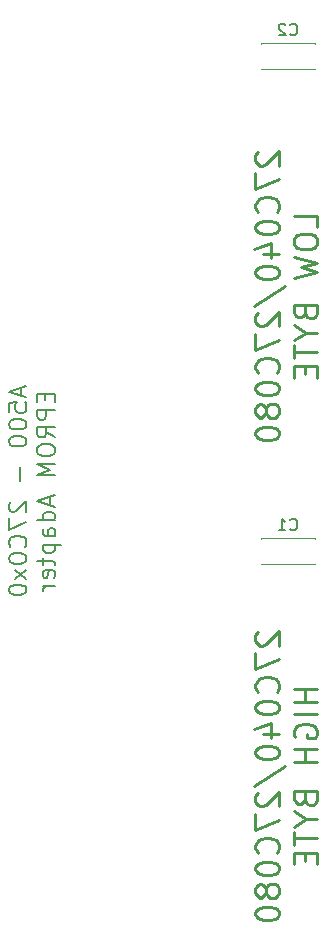
<source format=gbo>
G04 #@! TF.GenerationSoftware,KiCad,Pcbnew,5.1.5+dfsg1-2*
G04 #@! TF.CreationDate,2020-01-25T11:12:06+01:00*
G04 #@! TF.ProjectId,A500r5_eprom_adapter,41353030-7235-45f6-9570-726f6d5f6164,rev?*
G04 #@! TF.SameCoordinates,Original*
G04 #@! TF.FileFunction,Legend,Bot*
G04 #@! TF.FilePolarity,Positive*
%FSLAX46Y46*%
G04 Gerber Fmt 4.6, Leading zero omitted, Abs format (unit mm)*
G04 Created by KiCad (PCBNEW 5.1.5+dfsg1-2) date 2020-01-25 11:12:06*
%MOMM*%
%LPD*%
G04 APERTURE LIST*
%ADD10C,0.250000*%
%ADD11C,0.150000*%
%ADD12C,0.120000*%
G04 APERTURE END LIST*
D10*
X133360238Y-65279523D02*
X133265000Y-65374761D01*
X133169761Y-65565238D01*
X133169761Y-66041428D01*
X133265000Y-66231904D01*
X133360238Y-66327142D01*
X133550714Y-66422380D01*
X133741190Y-66422380D01*
X134026904Y-66327142D01*
X135169761Y-65184285D01*
X135169761Y-66422380D01*
X133169761Y-67089047D02*
X133169761Y-68422380D01*
X135169761Y-67565238D01*
X134979285Y-70327142D02*
X135074523Y-70231904D01*
X135169761Y-69946190D01*
X135169761Y-69755714D01*
X135074523Y-69470000D01*
X134884047Y-69279523D01*
X134693571Y-69184285D01*
X134312619Y-69089047D01*
X134026904Y-69089047D01*
X133645952Y-69184285D01*
X133455476Y-69279523D01*
X133265000Y-69470000D01*
X133169761Y-69755714D01*
X133169761Y-69946190D01*
X133265000Y-70231904D01*
X133360238Y-70327142D01*
X133169761Y-71565238D02*
X133169761Y-71755714D01*
X133265000Y-71946190D01*
X133360238Y-72041428D01*
X133550714Y-72136666D01*
X133931666Y-72231904D01*
X134407857Y-72231904D01*
X134788809Y-72136666D01*
X134979285Y-72041428D01*
X135074523Y-71946190D01*
X135169761Y-71755714D01*
X135169761Y-71565238D01*
X135074523Y-71374761D01*
X134979285Y-71279523D01*
X134788809Y-71184285D01*
X134407857Y-71089047D01*
X133931666Y-71089047D01*
X133550714Y-71184285D01*
X133360238Y-71279523D01*
X133265000Y-71374761D01*
X133169761Y-71565238D01*
X133836428Y-73946190D02*
X135169761Y-73946190D01*
X133074523Y-73470000D02*
X134503095Y-72993809D01*
X134503095Y-74231904D01*
X133169761Y-75374761D02*
X133169761Y-75565238D01*
X133265000Y-75755714D01*
X133360238Y-75850952D01*
X133550714Y-75946190D01*
X133931666Y-76041428D01*
X134407857Y-76041428D01*
X134788809Y-75946190D01*
X134979285Y-75850952D01*
X135074523Y-75755714D01*
X135169761Y-75565238D01*
X135169761Y-75374761D01*
X135074523Y-75184285D01*
X134979285Y-75089047D01*
X134788809Y-74993809D01*
X134407857Y-74898571D01*
X133931666Y-74898571D01*
X133550714Y-74993809D01*
X133360238Y-75089047D01*
X133265000Y-75184285D01*
X133169761Y-75374761D01*
X133074523Y-78327142D02*
X135645952Y-76612857D01*
X133360238Y-78898571D02*
X133265000Y-78993809D01*
X133169761Y-79184285D01*
X133169761Y-79660476D01*
X133265000Y-79850952D01*
X133360238Y-79946190D01*
X133550714Y-80041428D01*
X133741190Y-80041428D01*
X134026904Y-79946190D01*
X135169761Y-78803333D01*
X135169761Y-80041428D01*
X133169761Y-80708095D02*
X133169761Y-82041428D01*
X135169761Y-81184285D01*
X134979285Y-83946190D02*
X135074523Y-83850952D01*
X135169761Y-83565238D01*
X135169761Y-83374761D01*
X135074523Y-83089047D01*
X134884047Y-82898571D01*
X134693571Y-82803333D01*
X134312619Y-82708095D01*
X134026904Y-82708095D01*
X133645952Y-82803333D01*
X133455476Y-82898571D01*
X133265000Y-83089047D01*
X133169761Y-83374761D01*
X133169761Y-83565238D01*
X133265000Y-83850952D01*
X133360238Y-83946190D01*
X133169761Y-85184285D02*
X133169761Y-85374761D01*
X133265000Y-85565238D01*
X133360238Y-85660476D01*
X133550714Y-85755714D01*
X133931666Y-85850952D01*
X134407857Y-85850952D01*
X134788809Y-85755714D01*
X134979285Y-85660476D01*
X135074523Y-85565238D01*
X135169761Y-85374761D01*
X135169761Y-85184285D01*
X135074523Y-84993809D01*
X134979285Y-84898571D01*
X134788809Y-84803333D01*
X134407857Y-84708095D01*
X133931666Y-84708095D01*
X133550714Y-84803333D01*
X133360238Y-84898571D01*
X133265000Y-84993809D01*
X133169761Y-85184285D01*
X134026904Y-86993809D02*
X133931666Y-86803333D01*
X133836428Y-86708095D01*
X133645952Y-86612857D01*
X133550714Y-86612857D01*
X133360238Y-86708095D01*
X133265000Y-86803333D01*
X133169761Y-86993809D01*
X133169761Y-87374761D01*
X133265000Y-87565238D01*
X133360238Y-87660476D01*
X133550714Y-87755714D01*
X133645952Y-87755714D01*
X133836428Y-87660476D01*
X133931666Y-87565238D01*
X134026904Y-87374761D01*
X134026904Y-86993809D01*
X134122142Y-86803333D01*
X134217380Y-86708095D01*
X134407857Y-86612857D01*
X134788809Y-86612857D01*
X134979285Y-86708095D01*
X135074523Y-86803333D01*
X135169761Y-86993809D01*
X135169761Y-87374761D01*
X135074523Y-87565238D01*
X134979285Y-87660476D01*
X134788809Y-87755714D01*
X134407857Y-87755714D01*
X134217380Y-87660476D01*
X134122142Y-87565238D01*
X134026904Y-87374761D01*
X133169761Y-88993809D02*
X133169761Y-89184285D01*
X133265000Y-89374761D01*
X133360238Y-89469999D01*
X133550714Y-89565238D01*
X133931666Y-89660476D01*
X134407857Y-89660476D01*
X134788809Y-89565238D01*
X134979285Y-89469999D01*
X135074523Y-89374761D01*
X135169761Y-89184285D01*
X135169761Y-88993809D01*
X135074523Y-88803333D01*
X134979285Y-88708095D01*
X134788809Y-88612857D01*
X134407857Y-88517619D01*
X133931666Y-88517619D01*
X133550714Y-88612857D01*
X133360238Y-88708095D01*
X133265000Y-88803333D01*
X133169761Y-88993809D01*
X138419761Y-71612857D02*
X138419761Y-70660476D01*
X136419761Y-70660476D01*
X136419761Y-72660476D02*
X136419761Y-73041428D01*
X136515000Y-73231904D01*
X136705476Y-73422380D01*
X137086428Y-73517619D01*
X137753095Y-73517619D01*
X138134047Y-73422380D01*
X138324523Y-73231904D01*
X138419761Y-73041428D01*
X138419761Y-72660476D01*
X138324523Y-72470000D01*
X138134047Y-72279523D01*
X137753095Y-72184285D01*
X137086428Y-72184285D01*
X136705476Y-72279523D01*
X136515000Y-72470000D01*
X136419761Y-72660476D01*
X136419761Y-74184285D02*
X138419761Y-74660476D01*
X136991190Y-75041428D01*
X138419761Y-75422380D01*
X136419761Y-75898571D01*
X137372142Y-78850952D02*
X137467380Y-79136666D01*
X137562619Y-79231904D01*
X137753095Y-79327142D01*
X138038809Y-79327142D01*
X138229285Y-79231904D01*
X138324523Y-79136666D01*
X138419761Y-78946190D01*
X138419761Y-78184285D01*
X136419761Y-78184285D01*
X136419761Y-78850952D01*
X136515000Y-79041428D01*
X136610238Y-79136666D01*
X136800714Y-79231904D01*
X136991190Y-79231904D01*
X137181666Y-79136666D01*
X137276904Y-79041428D01*
X137372142Y-78850952D01*
X137372142Y-78184285D01*
X137467380Y-80565238D02*
X138419761Y-80565238D01*
X136419761Y-79898571D02*
X137467380Y-80565238D01*
X136419761Y-81231904D01*
X136419761Y-81612857D02*
X136419761Y-82755714D01*
X138419761Y-82184285D02*
X136419761Y-82184285D01*
X137372142Y-83422380D02*
X137372142Y-84089047D01*
X138419761Y-84374761D02*
X138419761Y-83422380D01*
X136419761Y-83422380D01*
X136419761Y-84374761D01*
X133360238Y-105919523D02*
X133265000Y-106014761D01*
X133169761Y-106205238D01*
X133169761Y-106681428D01*
X133265000Y-106871904D01*
X133360238Y-106967142D01*
X133550714Y-107062380D01*
X133741190Y-107062380D01*
X134026904Y-106967142D01*
X135169761Y-105824285D01*
X135169761Y-107062380D01*
X133169761Y-107729047D02*
X133169761Y-109062380D01*
X135169761Y-108205238D01*
X134979285Y-110967142D02*
X135074523Y-110871904D01*
X135169761Y-110586190D01*
X135169761Y-110395714D01*
X135074523Y-110110000D01*
X134884047Y-109919523D01*
X134693571Y-109824285D01*
X134312619Y-109729047D01*
X134026904Y-109729047D01*
X133645952Y-109824285D01*
X133455476Y-109919523D01*
X133265000Y-110110000D01*
X133169761Y-110395714D01*
X133169761Y-110586190D01*
X133265000Y-110871904D01*
X133360238Y-110967142D01*
X133169761Y-112205238D02*
X133169761Y-112395714D01*
X133265000Y-112586190D01*
X133360238Y-112681428D01*
X133550714Y-112776666D01*
X133931666Y-112871904D01*
X134407857Y-112871904D01*
X134788809Y-112776666D01*
X134979285Y-112681428D01*
X135074523Y-112586190D01*
X135169761Y-112395714D01*
X135169761Y-112205238D01*
X135074523Y-112014761D01*
X134979285Y-111919523D01*
X134788809Y-111824285D01*
X134407857Y-111729047D01*
X133931666Y-111729047D01*
X133550714Y-111824285D01*
X133360238Y-111919523D01*
X133265000Y-112014761D01*
X133169761Y-112205238D01*
X133836428Y-114586190D02*
X135169761Y-114586190D01*
X133074523Y-114110000D02*
X134503095Y-113633809D01*
X134503095Y-114871904D01*
X133169761Y-116014761D02*
X133169761Y-116205238D01*
X133265000Y-116395714D01*
X133360238Y-116490952D01*
X133550714Y-116586190D01*
X133931666Y-116681428D01*
X134407857Y-116681428D01*
X134788809Y-116586190D01*
X134979285Y-116490952D01*
X135074523Y-116395714D01*
X135169761Y-116205238D01*
X135169761Y-116014761D01*
X135074523Y-115824285D01*
X134979285Y-115729047D01*
X134788809Y-115633809D01*
X134407857Y-115538571D01*
X133931666Y-115538571D01*
X133550714Y-115633809D01*
X133360238Y-115729047D01*
X133265000Y-115824285D01*
X133169761Y-116014761D01*
X133074523Y-118967142D02*
X135645952Y-117252857D01*
X133360238Y-119538571D02*
X133265000Y-119633809D01*
X133169761Y-119824285D01*
X133169761Y-120300476D01*
X133265000Y-120490952D01*
X133360238Y-120586190D01*
X133550714Y-120681428D01*
X133741190Y-120681428D01*
X134026904Y-120586190D01*
X135169761Y-119443333D01*
X135169761Y-120681428D01*
X133169761Y-121348095D02*
X133169761Y-122681428D01*
X135169761Y-121824285D01*
X134979285Y-124586190D02*
X135074523Y-124490952D01*
X135169761Y-124205238D01*
X135169761Y-124014761D01*
X135074523Y-123729047D01*
X134884047Y-123538571D01*
X134693571Y-123443333D01*
X134312619Y-123348095D01*
X134026904Y-123348095D01*
X133645952Y-123443333D01*
X133455476Y-123538571D01*
X133265000Y-123729047D01*
X133169761Y-124014761D01*
X133169761Y-124205238D01*
X133265000Y-124490952D01*
X133360238Y-124586190D01*
X133169761Y-125824285D02*
X133169761Y-126014761D01*
X133265000Y-126205238D01*
X133360238Y-126300476D01*
X133550714Y-126395714D01*
X133931666Y-126490952D01*
X134407857Y-126490952D01*
X134788809Y-126395714D01*
X134979285Y-126300476D01*
X135074523Y-126205238D01*
X135169761Y-126014761D01*
X135169761Y-125824285D01*
X135074523Y-125633809D01*
X134979285Y-125538571D01*
X134788809Y-125443333D01*
X134407857Y-125348095D01*
X133931666Y-125348095D01*
X133550714Y-125443333D01*
X133360238Y-125538571D01*
X133265000Y-125633809D01*
X133169761Y-125824285D01*
X134026904Y-127633809D02*
X133931666Y-127443333D01*
X133836428Y-127348095D01*
X133645952Y-127252857D01*
X133550714Y-127252857D01*
X133360238Y-127348095D01*
X133265000Y-127443333D01*
X133169761Y-127633809D01*
X133169761Y-128014761D01*
X133265000Y-128205238D01*
X133360238Y-128300476D01*
X133550714Y-128395714D01*
X133645952Y-128395714D01*
X133836428Y-128300476D01*
X133931666Y-128205238D01*
X134026904Y-128014761D01*
X134026904Y-127633809D01*
X134122142Y-127443333D01*
X134217380Y-127348095D01*
X134407857Y-127252857D01*
X134788809Y-127252857D01*
X134979285Y-127348095D01*
X135074523Y-127443333D01*
X135169761Y-127633809D01*
X135169761Y-128014761D01*
X135074523Y-128205238D01*
X134979285Y-128300476D01*
X134788809Y-128395714D01*
X134407857Y-128395714D01*
X134217380Y-128300476D01*
X134122142Y-128205238D01*
X134026904Y-128014761D01*
X133169761Y-129633809D02*
X133169761Y-129824285D01*
X133265000Y-130014761D01*
X133360238Y-130109999D01*
X133550714Y-130205238D01*
X133931666Y-130300476D01*
X134407857Y-130300476D01*
X134788809Y-130205238D01*
X134979285Y-130109999D01*
X135074523Y-130014761D01*
X135169761Y-129824285D01*
X135169761Y-129633809D01*
X135074523Y-129443333D01*
X134979285Y-129348095D01*
X134788809Y-129252857D01*
X134407857Y-129157619D01*
X133931666Y-129157619D01*
X133550714Y-129252857D01*
X133360238Y-129348095D01*
X133265000Y-129443333D01*
X133169761Y-129633809D01*
X138419761Y-110729047D02*
X136419761Y-110729047D01*
X137372142Y-110729047D02*
X137372142Y-111871904D01*
X138419761Y-111871904D02*
X136419761Y-111871904D01*
X138419761Y-112824285D02*
X136419761Y-112824285D01*
X136515000Y-114824285D02*
X136419761Y-114633809D01*
X136419761Y-114348095D01*
X136515000Y-114062380D01*
X136705476Y-113871904D01*
X136895952Y-113776666D01*
X137276904Y-113681428D01*
X137562619Y-113681428D01*
X137943571Y-113776666D01*
X138134047Y-113871904D01*
X138324523Y-114062380D01*
X138419761Y-114348095D01*
X138419761Y-114538571D01*
X138324523Y-114824285D01*
X138229285Y-114919523D01*
X137562619Y-114919523D01*
X137562619Y-114538571D01*
X138419761Y-115776666D02*
X136419761Y-115776666D01*
X137372142Y-115776666D02*
X137372142Y-116919523D01*
X138419761Y-116919523D02*
X136419761Y-116919523D01*
X137372142Y-120062380D02*
X137467380Y-120348095D01*
X137562619Y-120443333D01*
X137753095Y-120538571D01*
X138038809Y-120538571D01*
X138229285Y-120443333D01*
X138324523Y-120348095D01*
X138419761Y-120157619D01*
X138419761Y-119395714D01*
X136419761Y-119395714D01*
X136419761Y-120062380D01*
X136515000Y-120252857D01*
X136610238Y-120348095D01*
X136800714Y-120443333D01*
X136991190Y-120443333D01*
X137181666Y-120348095D01*
X137276904Y-120252857D01*
X137372142Y-120062380D01*
X137372142Y-119395714D01*
X137467380Y-121776666D02*
X138419761Y-121776666D01*
X136419761Y-121110000D02*
X137467380Y-121776666D01*
X136419761Y-122443333D01*
X136419761Y-122824285D02*
X136419761Y-123967142D01*
X138419761Y-123395714D02*
X136419761Y-123395714D01*
X137372142Y-124633809D02*
X137372142Y-125300476D01*
X138419761Y-125586190D02*
X138419761Y-124633809D01*
X136419761Y-124633809D01*
X136419761Y-125586190D01*
D11*
X113350000Y-85194285D02*
X113350000Y-85908571D01*
X113778571Y-85051428D02*
X112278571Y-85551428D01*
X113778571Y-86051428D01*
X112278571Y-87265714D02*
X112278571Y-86551428D01*
X112992857Y-86480000D01*
X112921428Y-86551428D01*
X112850000Y-86694285D01*
X112850000Y-87051428D01*
X112921428Y-87194285D01*
X112992857Y-87265714D01*
X113135714Y-87337142D01*
X113492857Y-87337142D01*
X113635714Y-87265714D01*
X113707142Y-87194285D01*
X113778571Y-87051428D01*
X113778571Y-86694285D01*
X113707142Y-86551428D01*
X113635714Y-86480000D01*
X112278571Y-88265714D02*
X112278571Y-88408571D01*
X112350000Y-88551428D01*
X112421428Y-88622857D01*
X112564285Y-88694285D01*
X112850000Y-88765714D01*
X113207142Y-88765714D01*
X113492857Y-88694285D01*
X113635714Y-88622857D01*
X113707142Y-88551428D01*
X113778571Y-88408571D01*
X113778571Y-88265714D01*
X113707142Y-88122857D01*
X113635714Y-88051428D01*
X113492857Y-87980000D01*
X113207142Y-87908571D01*
X112850000Y-87908571D01*
X112564285Y-87980000D01*
X112421428Y-88051428D01*
X112350000Y-88122857D01*
X112278571Y-88265714D01*
X112278571Y-89694285D02*
X112278571Y-89837142D01*
X112350000Y-89980000D01*
X112421428Y-90051428D01*
X112564285Y-90122857D01*
X112850000Y-90194285D01*
X113207142Y-90194285D01*
X113492857Y-90122857D01*
X113635714Y-90051428D01*
X113707142Y-89980000D01*
X113778571Y-89837142D01*
X113778571Y-89694285D01*
X113707142Y-89551428D01*
X113635714Y-89480000D01*
X113492857Y-89408571D01*
X113207142Y-89337142D01*
X112850000Y-89337142D01*
X112564285Y-89408571D01*
X112421428Y-89480000D01*
X112350000Y-89551428D01*
X112278571Y-89694285D01*
X113207142Y-91980000D02*
X113207142Y-93122857D01*
X112421428Y-94908571D02*
X112350000Y-94980000D01*
X112278571Y-95122857D01*
X112278571Y-95480000D01*
X112350000Y-95622857D01*
X112421428Y-95694285D01*
X112564285Y-95765714D01*
X112707142Y-95765714D01*
X112921428Y-95694285D01*
X113778571Y-94837142D01*
X113778571Y-95765714D01*
X112278571Y-96265714D02*
X112278571Y-97265714D01*
X113778571Y-96622857D01*
X113635714Y-98694285D02*
X113707142Y-98622857D01*
X113778571Y-98408571D01*
X113778571Y-98265714D01*
X113707142Y-98051428D01*
X113564285Y-97908571D01*
X113421428Y-97837142D01*
X113135714Y-97765714D01*
X112921428Y-97765714D01*
X112635714Y-97837142D01*
X112492857Y-97908571D01*
X112350000Y-98051428D01*
X112278571Y-98265714D01*
X112278571Y-98408571D01*
X112350000Y-98622857D01*
X112421428Y-98694285D01*
X112278571Y-99622857D02*
X112278571Y-99765714D01*
X112350000Y-99908571D01*
X112421428Y-99980000D01*
X112564285Y-100051428D01*
X112850000Y-100122857D01*
X113207142Y-100122857D01*
X113492857Y-100051428D01*
X113635714Y-99980000D01*
X113707142Y-99908571D01*
X113778571Y-99765714D01*
X113778571Y-99622857D01*
X113707142Y-99480000D01*
X113635714Y-99408571D01*
X113492857Y-99337142D01*
X113207142Y-99265714D01*
X112850000Y-99265714D01*
X112564285Y-99337142D01*
X112421428Y-99408571D01*
X112350000Y-99480000D01*
X112278571Y-99622857D01*
X113778571Y-100622857D02*
X112778571Y-101408571D01*
X112778571Y-100622857D02*
X113778571Y-101408571D01*
X112278571Y-102265714D02*
X112278571Y-102408571D01*
X112350000Y-102551428D01*
X112421428Y-102622857D01*
X112564285Y-102694285D01*
X112850000Y-102765714D01*
X113207142Y-102765714D01*
X113492857Y-102694285D01*
X113635714Y-102622857D01*
X113707142Y-102551428D01*
X113778571Y-102408571D01*
X113778571Y-102265714D01*
X113707142Y-102122857D01*
X113635714Y-102051428D01*
X113492857Y-101980000D01*
X113207142Y-101908571D01*
X112850000Y-101908571D01*
X112564285Y-101980000D01*
X112421428Y-102051428D01*
X112350000Y-102122857D01*
X112278571Y-102265714D01*
X115392857Y-85730000D02*
X115392857Y-86230000D01*
X116178571Y-86444285D02*
X116178571Y-85730000D01*
X114678571Y-85730000D01*
X114678571Y-86444285D01*
X116178571Y-87087142D02*
X114678571Y-87087142D01*
X114678571Y-87658571D01*
X114750000Y-87801428D01*
X114821428Y-87872857D01*
X114964285Y-87944285D01*
X115178571Y-87944285D01*
X115321428Y-87872857D01*
X115392857Y-87801428D01*
X115464285Y-87658571D01*
X115464285Y-87087142D01*
X116178571Y-89444285D02*
X115464285Y-88944285D01*
X116178571Y-88587142D02*
X114678571Y-88587142D01*
X114678571Y-89158571D01*
X114750000Y-89301428D01*
X114821428Y-89372857D01*
X114964285Y-89444285D01*
X115178571Y-89444285D01*
X115321428Y-89372857D01*
X115392857Y-89301428D01*
X115464285Y-89158571D01*
X115464285Y-88587142D01*
X114678571Y-90372857D02*
X114678571Y-90658571D01*
X114750000Y-90801428D01*
X114892857Y-90944285D01*
X115178571Y-91015714D01*
X115678571Y-91015714D01*
X115964285Y-90944285D01*
X116107142Y-90801428D01*
X116178571Y-90658571D01*
X116178571Y-90372857D01*
X116107142Y-90230000D01*
X115964285Y-90087142D01*
X115678571Y-90015714D01*
X115178571Y-90015714D01*
X114892857Y-90087142D01*
X114750000Y-90230000D01*
X114678571Y-90372857D01*
X116178571Y-91658571D02*
X114678571Y-91658571D01*
X115750000Y-92158571D01*
X114678571Y-92658571D01*
X116178571Y-92658571D01*
X115750000Y-94444285D02*
X115750000Y-95158571D01*
X116178571Y-94301428D02*
X114678571Y-94801428D01*
X116178571Y-95301428D01*
X116178571Y-96444285D02*
X114678571Y-96444285D01*
X116107142Y-96444285D02*
X116178571Y-96301428D01*
X116178571Y-96015714D01*
X116107142Y-95872857D01*
X116035714Y-95801428D01*
X115892857Y-95730000D01*
X115464285Y-95730000D01*
X115321428Y-95801428D01*
X115250000Y-95872857D01*
X115178571Y-96015714D01*
X115178571Y-96301428D01*
X115250000Y-96444285D01*
X116178571Y-97801428D02*
X115392857Y-97801428D01*
X115250000Y-97730000D01*
X115178571Y-97587142D01*
X115178571Y-97301428D01*
X115250000Y-97158571D01*
X116107142Y-97801428D02*
X116178571Y-97658571D01*
X116178571Y-97301428D01*
X116107142Y-97158571D01*
X115964285Y-97087142D01*
X115821428Y-97087142D01*
X115678571Y-97158571D01*
X115607142Y-97301428D01*
X115607142Y-97658571D01*
X115535714Y-97801428D01*
X115178571Y-98515714D02*
X116678571Y-98515714D01*
X115250000Y-98515714D02*
X115178571Y-98658571D01*
X115178571Y-98944285D01*
X115250000Y-99087142D01*
X115321428Y-99158571D01*
X115464285Y-99230000D01*
X115892857Y-99230000D01*
X116035714Y-99158571D01*
X116107142Y-99087142D01*
X116178571Y-98944285D01*
X116178571Y-98658571D01*
X116107142Y-98515714D01*
X115178571Y-99658571D02*
X115178571Y-100230000D01*
X114678571Y-99872857D02*
X115964285Y-99872857D01*
X116107142Y-99944285D01*
X116178571Y-100087142D01*
X116178571Y-100230000D01*
X116107142Y-101301428D02*
X116178571Y-101158571D01*
X116178571Y-100872857D01*
X116107142Y-100730000D01*
X115964285Y-100658571D01*
X115392857Y-100658571D01*
X115250000Y-100730000D01*
X115178571Y-100872857D01*
X115178571Y-101158571D01*
X115250000Y-101301428D01*
X115392857Y-101372857D01*
X115535714Y-101372857D01*
X115678571Y-100658571D01*
X116178571Y-102015714D02*
X115178571Y-102015714D01*
X115464285Y-102015714D02*
X115321428Y-102087142D01*
X115250000Y-102158571D01*
X115178571Y-102301428D01*
X115178571Y-102444285D01*
D12*
X133660000Y-58205000D02*
X133660000Y-58220000D01*
X133660000Y-56080000D02*
X133660000Y-56095000D01*
X138200000Y-58205000D02*
X138200000Y-58220000D01*
X138200000Y-56080000D02*
X138200000Y-56095000D01*
X138200000Y-58220000D02*
X133660000Y-58220000D01*
X138200000Y-56080000D02*
X133660000Y-56080000D01*
X133660000Y-100115000D02*
X133660000Y-100130000D01*
X133660000Y-97990000D02*
X133660000Y-98005000D01*
X138200000Y-100115000D02*
X138200000Y-100130000D01*
X138200000Y-97990000D02*
X138200000Y-98005000D01*
X138200000Y-100130000D02*
X133660000Y-100130000D01*
X138200000Y-97990000D02*
X133660000Y-97990000D01*
D11*
X136096666Y-55307142D02*
X136144285Y-55354761D01*
X136287142Y-55402380D01*
X136382380Y-55402380D01*
X136525238Y-55354761D01*
X136620476Y-55259523D01*
X136668095Y-55164285D01*
X136715714Y-54973809D01*
X136715714Y-54830952D01*
X136668095Y-54640476D01*
X136620476Y-54545238D01*
X136525238Y-54450000D01*
X136382380Y-54402380D01*
X136287142Y-54402380D01*
X136144285Y-54450000D01*
X136096666Y-54497619D01*
X135715714Y-54497619D02*
X135668095Y-54450000D01*
X135572857Y-54402380D01*
X135334761Y-54402380D01*
X135239523Y-54450000D01*
X135191904Y-54497619D01*
X135144285Y-54592857D01*
X135144285Y-54688095D01*
X135191904Y-54830952D01*
X135763333Y-55402380D01*
X135144285Y-55402380D01*
X136096666Y-97217142D02*
X136144285Y-97264761D01*
X136287142Y-97312380D01*
X136382380Y-97312380D01*
X136525238Y-97264761D01*
X136620476Y-97169523D01*
X136668095Y-97074285D01*
X136715714Y-96883809D01*
X136715714Y-96740952D01*
X136668095Y-96550476D01*
X136620476Y-96455238D01*
X136525238Y-96360000D01*
X136382380Y-96312380D01*
X136287142Y-96312380D01*
X136144285Y-96360000D01*
X136096666Y-96407619D01*
X135144285Y-97312380D02*
X135715714Y-97312380D01*
X135430000Y-97312380D02*
X135430000Y-96312380D01*
X135525238Y-96455238D01*
X135620476Y-96550476D01*
X135715714Y-96598095D01*
M02*

</source>
